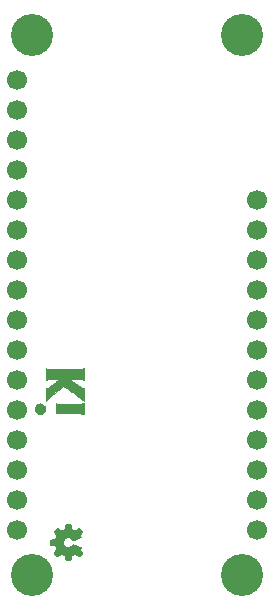
<source format=gbr>
G04 #@! TF.GenerationSoftware,KiCad,Pcbnew,(5.1.2)-1*
G04 #@! TF.CreationDate,2019-07-17T11:01:52+10:00*
G04 #@! TF.ProjectId,led-wing,6c65642d-7769-46e6-972e-6b696361645f,0*
G04 #@! TF.SameCoordinates,Original*
G04 #@! TF.FileFunction,Soldermask,Bot*
G04 #@! TF.FilePolarity,Negative*
%FSLAX46Y46*%
G04 Gerber Fmt 4.6, Leading zero omitted, Abs format (unit mm)*
G04 Created by KiCad (PCBNEW (5.1.2)-1) date 2019-07-17 11:01:52*
%MOMM*%
%LPD*%
G04 APERTURE LIST*
%ADD10C,0.010000*%
%ADD11C,1.700000*%
%ADD12C,3.556000*%
G04 APERTURE END LIST*
D10*
G36*
X103613358Y-118946025D02*
G01*
X103613668Y-118987086D01*
X103614144Y-119023939D01*
X103614763Y-119055448D01*
X103615502Y-119080478D01*
X103616337Y-119097893D01*
X103617244Y-119106557D01*
X103617471Y-119107210D01*
X103623471Y-119109787D01*
X103638787Y-119113922D01*
X103662721Y-119119466D01*
X103694573Y-119126268D01*
X103733644Y-119134179D01*
X103779237Y-119143047D01*
X103820850Y-119150901D01*
X103864601Y-119159151D01*
X103905265Y-119167001D01*
X103941748Y-119174225D01*
X103972957Y-119180599D01*
X103997798Y-119185898D01*
X104015177Y-119189897D01*
X104024000Y-119192372D01*
X104024834Y-119192802D01*
X104028371Y-119199048D01*
X104034916Y-119213151D01*
X104043889Y-119233676D01*
X104054710Y-119259190D01*
X104066800Y-119288258D01*
X104079578Y-119319446D01*
X104092466Y-119351320D01*
X104104882Y-119382447D01*
X104116248Y-119411392D01*
X104125983Y-119436721D01*
X104133508Y-119456999D01*
X104138242Y-119470794D01*
X104139607Y-119476671D01*
X104139605Y-119476678D01*
X104136333Y-119481988D01*
X104127928Y-119494724D01*
X104115025Y-119513948D01*
X104098257Y-119538724D01*
X104078260Y-119568114D01*
X104055669Y-119601180D01*
X104031119Y-119636986D01*
X104025162Y-119645656D01*
X104000277Y-119682085D01*
X103977306Y-119716148D01*
X103956874Y-119746886D01*
X103939606Y-119773339D01*
X103926126Y-119794549D01*
X103917059Y-119809556D01*
X103913028Y-119817401D01*
X103912879Y-119818086D01*
X103916391Y-119823807D01*
X103926292Y-119835602D01*
X103941632Y-119852520D01*
X103961458Y-119873609D01*
X103984820Y-119897919D01*
X104010767Y-119924500D01*
X104038347Y-119952400D01*
X104066609Y-119980669D01*
X104094603Y-120008355D01*
X104121376Y-120034508D01*
X104145978Y-120058178D01*
X104167458Y-120078412D01*
X104184864Y-120094261D01*
X104197246Y-120104774D01*
X104203651Y-120108999D01*
X104203938Y-120109040D01*
X104210058Y-120106243D01*
X104223530Y-120098279D01*
X104243372Y-120085789D01*
X104268598Y-120069410D01*
X104298226Y-120049783D01*
X104331269Y-120027547D01*
X104366745Y-120003341D01*
X104369005Y-120001788D01*
X104404726Y-119977294D01*
X104438139Y-119954499D01*
X104468244Y-119934080D01*
X104494038Y-119916708D01*
X104514521Y-119903060D01*
X104528692Y-119893807D01*
X104535550Y-119889626D01*
X104535670Y-119889568D01*
X104540391Y-119888784D01*
X104548231Y-119889912D01*
X104560143Y-119893299D01*
X104577084Y-119899292D01*
X104600007Y-119908241D01*
X104629867Y-119920491D01*
X104667619Y-119936390D01*
X104687252Y-119944749D01*
X104724852Y-119961018D01*
X104758510Y-119976011D01*
X104787168Y-119989231D01*
X104809772Y-120000175D01*
X104825265Y-120008346D01*
X104832592Y-120013243D01*
X104832948Y-120013710D01*
X104834928Y-120020560D01*
X104838502Y-120036248D01*
X104843434Y-120059616D01*
X104849491Y-120089508D01*
X104856439Y-120124767D01*
X104864044Y-120164236D01*
X104872071Y-120206757D01*
X104872940Y-120211409D01*
X104882180Y-120260146D01*
X104890621Y-120303053D01*
X104898102Y-120339390D01*
X104904463Y-120368418D01*
X104909544Y-120389397D01*
X104913184Y-120401585D01*
X104914714Y-120404451D01*
X104921096Y-120405372D01*
X104936503Y-120406225D01*
X104959798Y-120406989D01*
X104989847Y-120407638D01*
X105025514Y-120408151D01*
X105065663Y-120408503D01*
X105109159Y-120408671D01*
X105120027Y-120408682D01*
X105171548Y-120408649D01*
X105213801Y-120408486D01*
X105247680Y-120408162D01*
X105274077Y-120407647D01*
X105293884Y-120406908D01*
X105307996Y-120405916D01*
X105317303Y-120404639D01*
X105322699Y-120403046D01*
X105324741Y-120401595D01*
X105326999Y-120395095D01*
X105330799Y-120379763D01*
X105335898Y-120356765D01*
X105342050Y-120327271D01*
X105349013Y-120292450D01*
X105356543Y-120253470D01*
X105364236Y-120212365D01*
X105372897Y-120166210D01*
X105380981Y-120124798D01*
X105388286Y-120089062D01*
X105394611Y-120059937D01*
X105399758Y-120038354D01*
X105403525Y-120025249D01*
X105405133Y-120021726D01*
X105411585Y-120017704D01*
X105425987Y-120010714D01*
X105446948Y-120001314D01*
X105473082Y-119990063D01*
X105503000Y-119977519D01*
X105535313Y-119964240D01*
X105568634Y-119950785D01*
X105601575Y-119937712D01*
X105632747Y-119925580D01*
X105660763Y-119914946D01*
X105684233Y-119906369D01*
X105701771Y-119900408D01*
X105711987Y-119897620D01*
X105713842Y-119897556D01*
X105719358Y-119900901D01*
X105732262Y-119909348D01*
X105751573Y-119922236D01*
X105776312Y-119938906D01*
X105805498Y-119958697D01*
X105838151Y-119980948D01*
X105872582Y-120004512D01*
X105907797Y-120028487D01*
X105940662Y-120050526D01*
X105970174Y-120069982D01*
X105995331Y-120086209D01*
X106015130Y-120098558D01*
X106028568Y-120106383D01*
X106034588Y-120109040D01*
X106040258Y-120105537D01*
X106052017Y-120095662D01*
X106068914Y-120080363D01*
X106089997Y-120060590D01*
X106114314Y-120037290D01*
X106140912Y-120011414D01*
X106168838Y-119983908D01*
X106197142Y-119955723D01*
X106224870Y-119927807D01*
X106251071Y-119901109D01*
X106274792Y-119876578D01*
X106295081Y-119855162D01*
X106310985Y-119837810D01*
X106321554Y-119825471D01*
X106325834Y-119819094D01*
X106325880Y-119818792D01*
X106323089Y-119812917D01*
X106315148Y-119799690D01*
X106302705Y-119780102D01*
X106286406Y-119755147D01*
X106266900Y-119725814D01*
X106244834Y-119693098D01*
X106221740Y-119659274D01*
X106197807Y-119624192D01*
X106175813Y-119591493D01*
X106156405Y-119562179D01*
X106140232Y-119537247D01*
X106127942Y-119517696D01*
X106120183Y-119504527D01*
X106117600Y-119498812D01*
X106119920Y-119491386D01*
X106126305Y-119476894D01*
X106135890Y-119457157D01*
X106147810Y-119433991D01*
X106153481Y-119423350D01*
X106166747Y-119397800D01*
X106177375Y-119375514D01*
X106184622Y-119358172D01*
X106187744Y-119347456D01*
X106187771Y-119345823D01*
X106186377Y-119343235D01*
X106182452Y-119339874D01*
X106175381Y-119335467D01*
X106164547Y-119329738D01*
X106149334Y-119322414D01*
X106129125Y-119313220D01*
X106103305Y-119301884D01*
X106071257Y-119288129D01*
X106032365Y-119271684D01*
X105986012Y-119252272D01*
X105931582Y-119229620D01*
X105868459Y-119203454D01*
X105857359Y-119198860D01*
X105802528Y-119176257D01*
X105750342Y-119154911D01*
X105701575Y-119135128D01*
X105656998Y-119117213D01*
X105617386Y-119101473D01*
X105583510Y-119088212D01*
X105556143Y-119077736D01*
X105536060Y-119070352D01*
X105524031Y-119066364D01*
X105520809Y-119065760D01*
X105514897Y-119070949D01*
X105504827Y-119082723D01*
X105492102Y-119099234D01*
X105480629Y-119115173D01*
X105449570Y-119157327D01*
X105420231Y-119191753D01*
X105390682Y-119220203D01*
X105358997Y-119244432D01*
X105323247Y-119266194D01*
X105302918Y-119276863D01*
X105244488Y-119300756D01*
X105184158Y-119315076D01*
X105122953Y-119319979D01*
X105061898Y-119315623D01*
X105002019Y-119302163D01*
X104944342Y-119279756D01*
X104889891Y-119248559D01*
X104839692Y-119208727D01*
X104836411Y-119205664D01*
X104792833Y-119158017D01*
X104757422Y-119104808D01*
X104729755Y-119045354D01*
X104719807Y-119016660D01*
X104714974Y-118999933D01*
X104711632Y-118984165D01*
X104709519Y-118966854D01*
X104708373Y-118945497D01*
X104707935Y-118917593D01*
X104707900Y-118902540D01*
X104708110Y-118870915D01*
X104708916Y-118846936D01*
X104710578Y-118828093D01*
X104713357Y-118811877D01*
X104717516Y-118795778D01*
X104719802Y-118788240D01*
X104744205Y-118726246D01*
X104776690Y-118669961D01*
X104816763Y-118619969D01*
X104863933Y-118576854D01*
X104917707Y-118541201D01*
X104936500Y-118531329D01*
X104983357Y-118510756D01*
X105027726Y-118497234D01*
X105073443Y-118489860D01*
X105121920Y-118487727D01*
X105186989Y-118492586D01*
X105249065Y-118506992D01*
X105307510Y-118530688D01*
X105361687Y-118563416D01*
X105409975Y-118603955D01*
X105426971Y-118622140D01*
X105446791Y-118645762D01*
X105467052Y-118671748D01*
X105485368Y-118697023D01*
X105499354Y-118718514D01*
X105500883Y-118721139D01*
X105509785Y-118732832D01*
X105519264Y-118739872D01*
X105520648Y-118740325D01*
X105527322Y-118738872D01*
X105542833Y-118733641D01*
X105566671Y-118724832D01*
X105598326Y-118712647D01*
X105637287Y-118697287D01*
X105683043Y-118678953D01*
X105735085Y-118657846D01*
X105792901Y-118634166D01*
X105849679Y-118610728D01*
X105903781Y-118588300D01*
X105955286Y-118566914D01*
X106003399Y-118546903D01*
X106047325Y-118528599D01*
X106086268Y-118512334D01*
X106119433Y-118498442D01*
X106146026Y-118487253D01*
X106165249Y-118479102D01*
X106176309Y-118474319D01*
X106178609Y-118473253D01*
X106186716Y-118465020D01*
X106188720Y-118458211D01*
X106186394Y-118450498D01*
X106179995Y-118435745D01*
X106170387Y-118415790D01*
X106158437Y-118392470D01*
X106152672Y-118381642D01*
X106137192Y-118351834D01*
X106126189Y-118328316D01*
X106120007Y-118311875D01*
X106118837Y-118303822D01*
X106122269Y-118296680D01*
X106130700Y-118282538D01*
X106143286Y-118262709D01*
X106159184Y-118238506D01*
X106177551Y-118211241D01*
X106189461Y-118193880D01*
X106221822Y-118146962D01*
X106248815Y-118107682D01*
X106270892Y-118075352D01*
X106288506Y-118049281D01*
X106302109Y-118028781D01*
X106312155Y-118013163D01*
X106319097Y-118001739D01*
X106323388Y-117993819D01*
X106325480Y-117988714D01*
X106325880Y-117986387D01*
X106322399Y-117981121D01*
X106312478Y-117969535D01*
X106296897Y-117952460D01*
X106276437Y-117930721D01*
X106251880Y-117905148D01*
X106224006Y-117876568D01*
X106193597Y-117845809D01*
X106187541Y-117839731D01*
X106156470Y-117808736D01*
X106127382Y-117780010D01*
X106101112Y-117754357D01*
X106078494Y-117732577D01*
X106060363Y-117715473D01*
X106047552Y-117703847D01*
X106040896Y-117698501D01*
X106040413Y-117698266D01*
X106037436Y-117697367D01*
X106034393Y-117697052D01*
X106030460Y-117697835D01*
X106024812Y-117700226D01*
X106016624Y-117704737D01*
X106005072Y-117711879D01*
X105989330Y-117722165D01*
X105968575Y-117736105D01*
X105941980Y-117754212D01*
X105908721Y-117776996D01*
X105867973Y-117804969D01*
X105864266Y-117807515D01*
X105829625Y-117831161D01*
X105797438Y-117852865D01*
X105768706Y-117871973D01*
X105744428Y-117887831D01*
X105725605Y-117899785D01*
X105713237Y-117907181D01*
X105708469Y-117909400D01*
X105702070Y-117907571D01*
X105687455Y-117902390D01*
X105665826Y-117894314D01*
X105638385Y-117883802D01*
X105606333Y-117871312D01*
X105570874Y-117857300D01*
X105553307Y-117850294D01*
X105509314Y-117832557D01*
X105474051Y-117818005D01*
X105446727Y-117806276D01*
X105426551Y-117797006D01*
X105412734Y-117789833D01*
X105404485Y-117784394D01*
X105401059Y-117780444D01*
X105399121Y-117773085D01*
X105395609Y-117756936D01*
X105390762Y-117733202D01*
X105384819Y-117703091D01*
X105378018Y-117667809D01*
X105370597Y-117628562D01*
X105363414Y-117589921D01*
X105355616Y-117548281D01*
X105348154Y-117509669D01*
X105341273Y-117475261D01*
X105335217Y-117446230D01*
X105330232Y-117423751D01*
X105326560Y-117408998D01*
X105324531Y-117403231D01*
X105321360Y-117401433D01*
X105314541Y-117399961D01*
X105303211Y-117398785D01*
X105286509Y-117397877D01*
X105263571Y-117397207D01*
X105233536Y-117396746D01*
X105195541Y-117396465D01*
X105148724Y-117396336D01*
X105118875Y-117396320D01*
X104918954Y-117396320D01*
X104911902Y-117407750D01*
X104909400Y-117415237D01*
X104905372Y-117431536D01*
X104900066Y-117455455D01*
X104893732Y-117485802D01*
X104886617Y-117521384D01*
X104878971Y-117561009D01*
X104871042Y-117603486D01*
X104870838Y-117604600D01*
X104862950Y-117646876D01*
X104855374Y-117686108D01*
X104848352Y-117721145D01*
X104842126Y-117750836D01*
X104836937Y-117774030D01*
X104833026Y-117789576D01*
X104830637Y-117796323D01*
X104830566Y-117796405D01*
X104824301Y-117800090D01*
X104810106Y-117807022D01*
X104789428Y-117816577D01*
X104763713Y-117828134D01*
X104734406Y-117841070D01*
X104702954Y-117854763D01*
X104670802Y-117868591D01*
X104639397Y-117881931D01*
X104610185Y-117894161D01*
X104584611Y-117904659D01*
X104564123Y-117912803D01*
X104550165Y-117917969D01*
X104544394Y-117919560D01*
X104538575Y-117916767D01*
X104525372Y-117908811D01*
X104505749Y-117896319D01*
X104480667Y-117879924D01*
X104451089Y-117860254D01*
X104417976Y-117837939D01*
X104382293Y-117813611D01*
X104376655Y-117809742D01*
X104340538Y-117785048D01*
X104306750Y-117762155D01*
X104276274Y-117741713D01*
X104250088Y-117724371D01*
X104229175Y-117710778D01*
X104214516Y-117701583D01*
X104207090Y-117697434D01*
X104206684Y-117697293D01*
X104202579Y-117698054D01*
X104195668Y-117702214D01*
X104185355Y-117710317D01*
X104171048Y-117722905D01*
X104152154Y-117740521D01*
X104128078Y-117763708D01*
X104098226Y-117793008D01*
X104062005Y-117828964D01*
X104054749Y-117836199D01*
X104018889Y-117872218D01*
X103987378Y-117904356D01*
X103960731Y-117932068D01*
X103939461Y-117954806D01*
X103924081Y-117972023D01*
X103915105Y-117983174D01*
X103912880Y-117987325D01*
X103915672Y-117993560D01*
X103923627Y-118007156D01*
X103936110Y-118027133D01*
X103952487Y-118052508D01*
X103972122Y-118082300D01*
X103994382Y-118115526D01*
X104018631Y-118151205D01*
X104021289Y-118155086D01*
X104045928Y-118191100D01*
X104068914Y-118224822D01*
X104089573Y-118255253D01*
X104107230Y-118281395D01*
X104121211Y-118302248D01*
X104130841Y-118316815D01*
X104135446Y-118324096D01*
X104135587Y-118324352D01*
X104136941Y-118328805D01*
X104136744Y-118335339D01*
X104134631Y-118345059D01*
X104130234Y-118359068D01*
X104123187Y-118378471D01*
X104113124Y-118404373D01*
X104099677Y-118437877D01*
X104090068Y-118461512D01*
X104072981Y-118503366D01*
X104059243Y-118536788D01*
X104048382Y-118562760D01*
X104039926Y-118582264D01*
X104033403Y-118596281D01*
X104028340Y-118605795D01*
X104024266Y-118611786D01*
X104020708Y-118615236D01*
X104017193Y-118617128D01*
X104014840Y-118617945D01*
X104007736Y-118619560D01*
X103991805Y-118622793D01*
X103968215Y-118627420D01*
X103938129Y-118633216D01*
X103902714Y-118639958D01*
X103863135Y-118647420D01*
X103820558Y-118655378D01*
X103816168Y-118656195D01*
X103773481Y-118664252D01*
X103733799Y-118671968D01*
X103698266Y-118679104D01*
X103668028Y-118685420D01*
X103644228Y-118690676D01*
X103628012Y-118694633D01*
X103620524Y-118697050D01*
X103620283Y-118697212D01*
X103618437Y-118700242D01*
X103616928Y-118706563D01*
X103615727Y-118717063D01*
X103614801Y-118732633D01*
X103614121Y-118754159D01*
X103613657Y-118782532D01*
X103613376Y-118818639D01*
X103613250Y-118863370D01*
X103613237Y-118901892D01*
X103613358Y-118946025D01*
X103613358Y-118946025D01*
G37*
X103613358Y-118946025D02*
X103613668Y-118987086D01*
X103614144Y-119023939D01*
X103614763Y-119055448D01*
X103615502Y-119080478D01*
X103616337Y-119097893D01*
X103617244Y-119106557D01*
X103617471Y-119107210D01*
X103623471Y-119109787D01*
X103638787Y-119113922D01*
X103662721Y-119119466D01*
X103694573Y-119126268D01*
X103733644Y-119134179D01*
X103779237Y-119143047D01*
X103820850Y-119150901D01*
X103864601Y-119159151D01*
X103905265Y-119167001D01*
X103941748Y-119174225D01*
X103972957Y-119180599D01*
X103997798Y-119185898D01*
X104015177Y-119189897D01*
X104024000Y-119192372D01*
X104024834Y-119192802D01*
X104028371Y-119199048D01*
X104034916Y-119213151D01*
X104043889Y-119233676D01*
X104054710Y-119259190D01*
X104066800Y-119288258D01*
X104079578Y-119319446D01*
X104092466Y-119351320D01*
X104104882Y-119382447D01*
X104116248Y-119411392D01*
X104125983Y-119436721D01*
X104133508Y-119456999D01*
X104138242Y-119470794D01*
X104139607Y-119476671D01*
X104139605Y-119476678D01*
X104136333Y-119481988D01*
X104127928Y-119494724D01*
X104115025Y-119513948D01*
X104098257Y-119538724D01*
X104078260Y-119568114D01*
X104055669Y-119601180D01*
X104031119Y-119636986D01*
X104025162Y-119645656D01*
X104000277Y-119682085D01*
X103977306Y-119716148D01*
X103956874Y-119746886D01*
X103939606Y-119773339D01*
X103926126Y-119794549D01*
X103917059Y-119809556D01*
X103913028Y-119817401D01*
X103912879Y-119818086D01*
X103916391Y-119823807D01*
X103926292Y-119835602D01*
X103941632Y-119852520D01*
X103961458Y-119873609D01*
X103984820Y-119897919D01*
X104010767Y-119924500D01*
X104038347Y-119952400D01*
X104066609Y-119980669D01*
X104094603Y-120008355D01*
X104121376Y-120034508D01*
X104145978Y-120058178D01*
X104167458Y-120078412D01*
X104184864Y-120094261D01*
X104197246Y-120104774D01*
X104203651Y-120108999D01*
X104203938Y-120109040D01*
X104210058Y-120106243D01*
X104223530Y-120098279D01*
X104243372Y-120085789D01*
X104268598Y-120069410D01*
X104298226Y-120049783D01*
X104331269Y-120027547D01*
X104366745Y-120003341D01*
X104369005Y-120001788D01*
X104404726Y-119977294D01*
X104438139Y-119954499D01*
X104468244Y-119934080D01*
X104494038Y-119916708D01*
X104514521Y-119903060D01*
X104528692Y-119893807D01*
X104535550Y-119889626D01*
X104535670Y-119889568D01*
X104540391Y-119888784D01*
X104548231Y-119889912D01*
X104560143Y-119893299D01*
X104577084Y-119899292D01*
X104600007Y-119908241D01*
X104629867Y-119920491D01*
X104667619Y-119936390D01*
X104687252Y-119944749D01*
X104724852Y-119961018D01*
X104758510Y-119976011D01*
X104787168Y-119989231D01*
X104809772Y-120000175D01*
X104825265Y-120008346D01*
X104832592Y-120013243D01*
X104832948Y-120013710D01*
X104834928Y-120020560D01*
X104838502Y-120036248D01*
X104843434Y-120059616D01*
X104849491Y-120089508D01*
X104856439Y-120124767D01*
X104864044Y-120164236D01*
X104872071Y-120206757D01*
X104872940Y-120211409D01*
X104882180Y-120260146D01*
X104890621Y-120303053D01*
X104898102Y-120339390D01*
X104904463Y-120368418D01*
X104909544Y-120389397D01*
X104913184Y-120401585D01*
X104914714Y-120404451D01*
X104921096Y-120405372D01*
X104936503Y-120406225D01*
X104959798Y-120406989D01*
X104989847Y-120407638D01*
X105025514Y-120408151D01*
X105065663Y-120408503D01*
X105109159Y-120408671D01*
X105120027Y-120408682D01*
X105171548Y-120408649D01*
X105213801Y-120408486D01*
X105247680Y-120408162D01*
X105274077Y-120407647D01*
X105293884Y-120406908D01*
X105307996Y-120405916D01*
X105317303Y-120404639D01*
X105322699Y-120403046D01*
X105324741Y-120401595D01*
X105326999Y-120395095D01*
X105330799Y-120379763D01*
X105335898Y-120356765D01*
X105342050Y-120327271D01*
X105349013Y-120292450D01*
X105356543Y-120253470D01*
X105364236Y-120212365D01*
X105372897Y-120166210D01*
X105380981Y-120124798D01*
X105388286Y-120089062D01*
X105394611Y-120059937D01*
X105399758Y-120038354D01*
X105403525Y-120025249D01*
X105405133Y-120021726D01*
X105411585Y-120017704D01*
X105425987Y-120010714D01*
X105446948Y-120001314D01*
X105473082Y-119990063D01*
X105503000Y-119977519D01*
X105535313Y-119964240D01*
X105568634Y-119950785D01*
X105601575Y-119937712D01*
X105632747Y-119925580D01*
X105660763Y-119914946D01*
X105684233Y-119906369D01*
X105701771Y-119900408D01*
X105711987Y-119897620D01*
X105713842Y-119897556D01*
X105719358Y-119900901D01*
X105732262Y-119909348D01*
X105751573Y-119922236D01*
X105776312Y-119938906D01*
X105805498Y-119958697D01*
X105838151Y-119980948D01*
X105872582Y-120004512D01*
X105907797Y-120028487D01*
X105940662Y-120050526D01*
X105970174Y-120069982D01*
X105995331Y-120086209D01*
X106015130Y-120098558D01*
X106028568Y-120106383D01*
X106034588Y-120109040D01*
X106040258Y-120105537D01*
X106052017Y-120095662D01*
X106068914Y-120080363D01*
X106089997Y-120060590D01*
X106114314Y-120037290D01*
X106140912Y-120011414D01*
X106168838Y-119983908D01*
X106197142Y-119955723D01*
X106224870Y-119927807D01*
X106251071Y-119901109D01*
X106274792Y-119876578D01*
X106295081Y-119855162D01*
X106310985Y-119837810D01*
X106321554Y-119825471D01*
X106325834Y-119819094D01*
X106325880Y-119818792D01*
X106323089Y-119812917D01*
X106315148Y-119799690D01*
X106302705Y-119780102D01*
X106286406Y-119755147D01*
X106266900Y-119725814D01*
X106244834Y-119693098D01*
X106221740Y-119659274D01*
X106197807Y-119624192D01*
X106175813Y-119591493D01*
X106156405Y-119562179D01*
X106140232Y-119537247D01*
X106127942Y-119517696D01*
X106120183Y-119504527D01*
X106117600Y-119498812D01*
X106119920Y-119491386D01*
X106126305Y-119476894D01*
X106135890Y-119457157D01*
X106147810Y-119433991D01*
X106153481Y-119423350D01*
X106166747Y-119397800D01*
X106177375Y-119375514D01*
X106184622Y-119358172D01*
X106187744Y-119347456D01*
X106187771Y-119345823D01*
X106186377Y-119343235D01*
X106182452Y-119339874D01*
X106175381Y-119335467D01*
X106164547Y-119329738D01*
X106149334Y-119322414D01*
X106129125Y-119313220D01*
X106103305Y-119301884D01*
X106071257Y-119288129D01*
X106032365Y-119271684D01*
X105986012Y-119252272D01*
X105931582Y-119229620D01*
X105868459Y-119203454D01*
X105857359Y-119198860D01*
X105802528Y-119176257D01*
X105750342Y-119154911D01*
X105701575Y-119135128D01*
X105656998Y-119117213D01*
X105617386Y-119101473D01*
X105583510Y-119088212D01*
X105556143Y-119077736D01*
X105536060Y-119070352D01*
X105524031Y-119066364D01*
X105520809Y-119065760D01*
X105514897Y-119070949D01*
X105504827Y-119082723D01*
X105492102Y-119099234D01*
X105480629Y-119115173D01*
X105449570Y-119157327D01*
X105420231Y-119191753D01*
X105390682Y-119220203D01*
X105358997Y-119244432D01*
X105323247Y-119266194D01*
X105302918Y-119276863D01*
X105244488Y-119300756D01*
X105184158Y-119315076D01*
X105122953Y-119319979D01*
X105061898Y-119315623D01*
X105002019Y-119302163D01*
X104944342Y-119279756D01*
X104889891Y-119248559D01*
X104839692Y-119208727D01*
X104836411Y-119205664D01*
X104792833Y-119158017D01*
X104757422Y-119104808D01*
X104729755Y-119045354D01*
X104719807Y-119016660D01*
X104714974Y-118999933D01*
X104711632Y-118984165D01*
X104709519Y-118966854D01*
X104708373Y-118945497D01*
X104707935Y-118917593D01*
X104707900Y-118902540D01*
X104708110Y-118870915D01*
X104708916Y-118846936D01*
X104710578Y-118828093D01*
X104713357Y-118811877D01*
X104717516Y-118795778D01*
X104719802Y-118788240D01*
X104744205Y-118726246D01*
X104776690Y-118669961D01*
X104816763Y-118619969D01*
X104863933Y-118576854D01*
X104917707Y-118541201D01*
X104936500Y-118531329D01*
X104983357Y-118510756D01*
X105027726Y-118497234D01*
X105073443Y-118489860D01*
X105121920Y-118487727D01*
X105186989Y-118492586D01*
X105249065Y-118506992D01*
X105307510Y-118530688D01*
X105361687Y-118563416D01*
X105409975Y-118603955D01*
X105426971Y-118622140D01*
X105446791Y-118645762D01*
X105467052Y-118671748D01*
X105485368Y-118697023D01*
X105499354Y-118718514D01*
X105500883Y-118721139D01*
X105509785Y-118732832D01*
X105519264Y-118739872D01*
X105520648Y-118740325D01*
X105527322Y-118738872D01*
X105542833Y-118733641D01*
X105566671Y-118724832D01*
X105598326Y-118712647D01*
X105637287Y-118697287D01*
X105683043Y-118678953D01*
X105735085Y-118657846D01*
X105792901Y-118634166D01*
X105849679Y-118610728D01*
X105903781Y-118588300D01*
X105955286Y-118566914D01*
X106003399Y-118546903D01*
X106047325Y-118528599D01*
X106086268Y-118512334D01*
X106119433Y-118498442D01*
X106146026Y-118487253D01*
X106165249Y-118479102D01*
X106176309Y-118474319D01*
X106178609Y-118473253D01*
X106186716Y-118465020D01*
X106188720Y-118458211D01*
X106186394Y-118450498D01*
X106179995Y-118435745D01*
X106170387Y-118415790D01*
X106158437Y-118392470D01*
X106152672Y-118381642D01*
X106137192Y-118351834D01*
X106126189Y-118328316D01*
X106120007Y-118311875D01*
X106118837Y-118303822D01*
X106122269Y-118296680D01*
X106130700Y-118282538D01*
X106143286Y-118262709D01*
X106159184Y-118238506D01*
X106177551Y-118211241D01*
X106189461Y-118193880D01*
X106221822Y-118146962D01*
X106248815Y-118107682D01*
X106270892Y-118075352D01*
X106288506Y-118049281D01*
X106302109Y-118028781D01*
X106312155Y-118013163D01*
X106319097Y-118001739D01*
X106323388Y-117993819D01*
X106325480Y-117988714D01*
X106325880Y-117986387D01*
X106322399Y-117981121D01*
X106312478Y-117969535D01*
X106296897Y-117952460D01*
X106276437Y-117930721D01*
X106251880Y-117905148D01*
X106224006Y-117876568D01*
X106193597Y-117845809D01*
X106187541Y-117839731D01*
X106156470Y-117808736D01*
X106127382Y-117780010D01*
X106101112Y-117754357D01*
X106078494Y-117732577D01*
X106060363Y-117715473D01*
X106047552Y-117703847D01*
X106040896Y-117698501D01*
X106040413Y-117698266D01*
X106037436Y-117697367D01*
X106034393Y-117697052D01*
X106030460Y-117697835D01*
X106024812Y-117700226D01*
X106016624Y-117704737D01*
X106005072Y-117711879D01*
X105989330Y-117722165D01*
X105968575Y-117736105D01*
X105941980Y-117754212D01*
X105908721Y-117776996D01*
X105867973Y-117804969D01*
X105864266Y-117807515D01*
X105829625Y-117831161D01*
X105797438Y-117852865D01*
X105768706Y-117871973D01*
X105744428Y-117887831D01*
X105725605Y-117899785D01*
X105713237Y-117907181D01*
X105708469Y-117909400D01*
X105702070Y-117907571D01*
X105687455Y-117902390D01*
X105665826Y-117894314D01*
X105638385Y-117883802D01*
X105606333Y-117871312D01*
X105570874Y-117857300D01*
X105553307Y-117850294D01*
X105509314Y-117832557D01*
X105474051Y-117818005D01*
X105446727Y-117806276D01*
X105426551Y-117797006D01*
X105412734Y-117789833D01*
X105404485Y-117784394D01*
X105401059Y-117780444D01*
X105399121Y-117773085D01*
X105395609Y-117756936D01*
X105390762Y-117733202D01*
X105384819Y-117703091D01*
X105378018Y-117667809D01*
X105370597Y-117628562D01*
X105363414Y-117589921D01*
X105355616Y-117548281D01*
X105348154Y-117509669D01*
X105341273Y-117475261D01*
X105335217Y-117446230D01*
X105330232Y-117423751D01*
X105326560Y-117408998D01*
X105324531Y-117403231D01*
X105321360Y-117401433D01*
X105314541Y-117399961D01*
X105303211Y-117398785D01*
X105286509Y-117397877D01*
X105263571Y-117397207D01*
X105233536Y-117396746D01*
X105195541Y-117396465D01*
X105148724Y-117396336D01*
X105118875Y-117396320D01*
X104918954Y-117396320D01*
X104911902Y-117407750D01*
X104909400Y-117415237D01*
X104905372Y-117431536D01*
X104900066Y-117455455D01*
X104893732Y-117485802D01*
X104886617Y-117521384D01*
X104878971Y-117561009D01*
X104871042Y-117603486D01*
X104870838Y-117604600D01*
X104862950Y-117646876D01*
X104855374Y-117686108D01*
X104848352Y-117721145D01*
X104842126Y-117750836D01*
X104836937Y-117774030D01*
X104833026Y-117789576D01*
X104830637Y-117796323D01*
X104830566Y-117796405D01*
X104824301Y-117800090D01*
X104810106Y-117807022D01*
X104789428Y-117816577D01*
X104763713Y-117828134D01*
X104734406Y-117841070D01*
X104702954Y-117854763D01*
X104670802Y-117868591D01*
X104639397Y-117881931D01*
X104610185Y-117894161D01*
X104584611Y-117904659D01*
X104564123Y-117912803D01*
X104550165Y-117917969D01*
X104544394Y-117919560D01*
X104538575Y-117916767D01*
X104525372Y-117908811D01*
X104505749Y-117896319D01*
X104480667Y-117879924D01*
X104451089Y-117860254D01*
X104417976Y-117837939D01*
X104382293Y-117813611D01*
X104376655Y-117809742D01*
X104340538Y-117785048D01*
X104306750Y-117762155D01*
X104276274Y-117741713D01*
X104250088Y-117724371D01*
X104229175Y-117710778D01*
X104214516Y-117701583D01*
X104207090Y-117697434D01*
X104206684Y-117697293D01*
X104202579Y-117698054D01*
X104195668Y-117702214D01*
X104185355Y-117710317D01*
X104171048Y-117722905D01*
X104152154Y-117740521D01*
X104128078Y-117763708D01*
X104098226Y-117793008D01*
X104062005Y-117828964D01*
X104054749Y-117836199D01*
X104018889Y-117872218D01*
X103987378Y-117904356D01*
X103960731Y-117932068D01*
X103939461Y-117954806D01*
X103924081Y-117972023D01*
X103915105Y-117983174D01*
X103912880Y-117987325D01*
X103915672Y-117993560D01*
X103923627Y-118007156D01*
X103936110Y-118027133D01*
X103952487Y-118052508D01*
X103972122Y-118082300D01*
X103994382Y-118115526D01*
X104018631Y-118151205D01*
X104021289Y-118155086D01*
X104045928Y-118191100D01*
X104068914Y-118224822D01*
X104089573Y-118255253D01*
X104107230Y-118281395D01*
X104121211Y-118302248D01*
X104130841Y-118316815D01*
X104135446Y-118324096D01*
X104135587Y-118324352D01*
X104136941Y-118328805D01*
X104136744Y-118335339D01*
X104134631Y-118345059D01*
X104130234Y-118359068D01*
X104123187Y-118378471D01*
X104113124Y-118404373D01*
X104099677Y-118437877D01*
X104090068Y-118461512D01*
X104072981Y-118503366D01*
X104059243Y-118536788D01*
X104048382Y-118562760D01*
X104039926Y-118582264D01*
X104033403Y-118596281D01*
X104028340Y-118605795D01*
X104024266Y-118611786D01*
X104020708Y-118615236D01*
X104017193Y-118617128D01*
X104014840Y-118617945D01*
X104007736Y-118619560D01*
X103991805Y-118622793D01*
X103968215Y-118627420D01*
X103938129Y-118633216D01*
X103902714Y-118639958D01*
X103863135Y-118647420D01*
X103820558Y-118655378D01*
X103816168Y-118656195D01*
X103773481Y-118664252D01*
X103733799Y-118671968D01*
X103698266Y-118679104D01*
X103668028Y-118685420D01*
X103644228Y-118690676D01*
X103628012Y-118694633D01*
X103620524Y-118697050D01*
X103620283Y-118697212D01*
X103618437Y-118700242D01*
X103616928Y-118706563D01*
X103615727Y-118717063D01*
X103614801Y-118732633D01*
X103614121Y-118754159D01*
X103613657Y-118782532D01*
X103613376Y-118818639D01*
X103613250Y-118863370D01*
X103613237Y-118901892D01*
X103613358Y-118946025D01*
G36*
X102325960Y-107755941D02*
G01*
X102392395Y-107873545D01*
X102495045Y-107967023D01*
X102581124Y-108010812D01*
X102719614Y-108041422D01*
X102857591Y-108032321D01*
X102979084Y-107984973D01*
X102997850Y-107972588D01*
X103085408Y-107882149D01*
X103145553Y-107763271D01*
X103175418Y-107630333D01*
X103172134Y-107497713D01*
X103132832Y-107379790D01*
X103120244Y-107359006D01*
X103041394Y-107276737D01*
X102932770Y-107208914D01*
X102815295Y-107166747D01*
X102745799Y-107158400D01*
X102636575Y-107177674D01*
X102522110Y-107228190D01*
X102423158Y-107298982D01*
X102374295Y-107354642D01*
X102313876Y-107486861D01*
X102298776Y-107623837D01*
X102325960Y-107755941D01*
X102325960Y-107755941D01*
G37*
X102325960Y-107755941D02*
X102392395Y-107873545D01*
X102495045Y-107967023D01*
X102581124Y-108010812D01*
X102719614Y-108041422D01*
X102857591Y-108032321D01*
X102979084Y-107984973D01*
X102997850Y-107972588D01*
X103085408Y-107882149D01*
X103145553Y-107763271D01*
X103175418Y-107630333D01*
X103172134Y-107497713D01*
X103132832Y-107379790D01*
X103120244Y-107359006D01*
X103041394Y-107276737D01*
X102932770Y-107208914D01*
X102815295Y-107166747D01*
X102745799Y-107158400D01*
X102636575Y-107177674D01*
X102522110Y-107228190D01*
X102423158Y-107298982D01*
X102374295Y-107354642D01*
X102313876Y-107486861D01*
X102298776Y-107623837D01*
X102325960Y-107755941D01*
G36*
X105192045Y-107996600D02*
G01*
X105463528Y-107996821D01*
X105688618Y-107997583D01*
X105871721Y-107999026D01*
X106017240Y-108001294D01*
X106129583Y-108004531D01*
X106213155Y-108008878D01*
X106272359Y-108014480D01*
X106311603Y-108021478D01*
X106335292Y-108030016D01*
X106341395Y-108033892D01*
X106378943Y-108060178D01*
X106407085Y-108070891D01*
X106427174Y-108060710D01*
X106440563Y-108024312D01*
X106448605Y-107956376D01*
X106452653Y-107851578D01*
X106454060Y-107704598D01*
X106454200Y-107590200D01*
X106453515Y-107439918D01*
X106451608Y-107308727D01*
X106448702Y-107204427D01*
X106445017Y-107134819D01*
X106440776Y-107107705D01*
X106440488Y-107107600D01*
X106411454Y-107118155D01*
X106354509Y-107144726D01*
X106327200Y-107158400D01*
X106299760Y-107171266D01*
X106269394Y-107181759D01*
X106230920Y-107190120D01*
X106179155Y-107196591D01*
X106108918Y-107201411D01*
X106015027Y-107204822D01*
X105892301Y-107207065D01*
X105735559Y-107208381D01*
X105539617Y-107209010D01*
X105299296Y-107209195D01*
X105234750Y-107209200D01*
X104977269Y-107208947D01*
X104765749Y-107208071D01*
X104595351Y-107206396D01*
X104461238Y-107203748D01*
X104358571Y-107199950D01*
X104282513Y-107194827D01*
X104228226Y-107188203D01*
X104190872Y-107179903D01*
X104166938Y-107170447D01*
X104092000Y-107131695D01*
X104092000Y-107996600D01*
X105192045Y-107996600D01*
X105192045Y-107996600D01*
G37*
X105192045Y-107996600D02*
X105463528Y-107996821D01*
X105688618Y-107997583D01*
X105871721Y-107999026D01*
X106017240Y-108001294D01*
X106129583Y-108004531D01*
X106213155Y-108008878D01*
X106272359Y-108014480D01*
X106311603Y-108021478D01*
X106335292Y-108030016D01*
X106341395Y-108033892D01*
X106378943Y-108060178D01*
X106407085Y-108070891D01*
X106427174Y-108060710D01*
X106440563Y-108024312D01*
X106448605Y-107956376D01*
X106452653Y-107851578D01*
X106454060Y-107704598D01*
X106454200Y-107590200D01*
X106453515Y-107439918D01*
X106451608Y-107308727D01*
X106448702Y-107204427D01*
X106445017Y-107134819D01*
X106440776Y-107107705D01*
X106440488Y-107107600D01*
X106411454Y-107118155D01*
X106354509Y-107144726D01*
X106327200Y-107158400D01*
X106299760Y-107171266D01*
X106269394Y-107181759D01*
X106230920Y-107190120D01*
X106179155Y-107196591D01*
X106108918Y-107201411D01*
X106015027Y-107204822D01*
X105892301Y-107207065D01*
X105735559Y-107208381D01*
X105539617Y-107209010D01*
X105299296Y-107209195D01*
X105234750Y-107209200D01*
X104977269Y-107208947D01*
X104765749Y-107208071D01*
X104595351Y-107206396D01*
X104461238Y-107203748D01*
X104358571Y-107199950D01*
X104282513Y-107194827D01*
X104228226Y-107188203D01*
X104190872Y-107179903D01*
X104166938Y-107170447D01*
X104092000Y-107131695D01*
X104092000Y-107996600D01*
X105192045Y-107996600D01*
G36*
X103228400Y-106413747D02*
G01*
X103228400Y-106959059D01*
X103429787Y-106760279D01*
X103792691Y-106430571D01*
X104066815Y-106216151D01*
X104170400Y-106137703D01*
X104290529Y-106043144D01*
X104414202Y-105943050D01*
X104528419Y-105847998D01*
X104620181Y-105768566D01*
X104647760Y-105743468D01*
X104735212Y-105662036D01*
X104826356Y-105731994D01*
X105015604Y-105867436D01*
X105155050Y-105954978D01*
X105237286Y-106009848D01*
X105316612Y-106071124D01*
X105322607Y-106076273D01*
X105405581Y-106145222D01*
X105508137Y-106225747D01*
X105618288Y-106308942D01*
X105724047Y-106385902D01*
X105813425Y-106447719D01*
X105870547Y-106483376D01*
X105923596Y-106518457D01*
X106002062Y-106576986D01*
X106093252Y-106648820D01*
X106184472Y-106723815D01*
X106263032Y-106791828D01*
X106302020Y-106828200D01*
X106328081Y-106852089D01*
X106375406Y-106894363D01*
X106384570Y-106902477D01*
X106454200Y-106964055D01*
X106454200Y-105837600D01*
X106375923Y-105837600D01*
X106299395Y-105820837D01*
X106194149Y-105773607D01*
X106068239Y-105700493D01*
X105929716Y-105606081D01*
X105815533Y-105518542D01*
X105723313Y-105447268D01*
X105632269Y-105381947D01*
X105559535Y-105334777D01*
X105548833Y-105328671D01*
X105482434Y-105288629D01*
X105434284Y-105253342D01*
X105425500Y-105244699D01*
X105386816Y-105210138D01*
X105330250Y-105169915D01*
X105282093Y-105132226D01*
X105260487Y-105101715D01*
X105260400Y-105100414D01*
X105285091Y-105091538D01*
X105356381Y-105084418D01*
X105470092Y-105079264D01*
X105622044Y-105076283D01*
X105756961Y-105075600D01*
X105936263Y-105076284D01*
X106072270Y-105078695D01*
X106172475Y-105083375D01*
X106244369Y-105090863D01*
X106295443Y-105101698D01*
X106333188Y-105116421D01*
X106334811Y-105117244D01*
X106394491Y-105152717D01*
X106432618Y-105184223D01*
X106434761Y-105187094D01*
X106440323Y-105171597D01*
X106445262Y-105112247D01*
X106449312Y-105015986D01*
X106452207Y-104889759D01*
X106453682Y-104740511D01*
X106453811Y-104688794D01*
X106454200Y-104162289D01*
X106384350Y-104191968D01*
X106325758Y-104220141D01*
X106290370Y-104242224D01*
X106261142Y-104246057D01*
X106185781Y-104249657D01*
X106068951Y-104252959D01*
X105915317Y-104255896D01*
X105729546Y-104258399D01*
X105516302Y-104260404D01*
X105280251Y-104261842D01*
X105026059Y-104262647D01*
X104854290Y-104262799D01*
X104550311Y-104262741D01*
X104292912Y-104262470D01*
X104077874Y-104261846D01*
X103900978Y-104260726D01*
X103758004Y-104258969D01*
X103644733Y-104256433D01*
X103556945Y-104252976D01*
X103490421Y-104248457D01*
X103440941Y-104242733D01*
X103404286Y-104235662D01*
X103376237Y-104227104D01*
X103352574Y-104216916D01*
X103342699Y-104211999D01*
X103280869Y-104181244D01*
X103241660Y-104163190D01*
X103235729Y-104161199D01*
X103233507Y-104185335D01*
X103231556Y-104252688D01*
X103229984Y-104355672D01*
X103228901Y-104486706D01*
X103228415Y-104638205D01*
X103228400Y-104671917D01*
X103228664Y-104845060D01*
X103229831Y-104973629D01*
X103232464Y-105063846D01*
X103237123Y-105121937D01*
X103244372Y-105154124D01*
X103254772Y-105166632D01*
X103268885Y-105165686D01*
X103272850Y-105164164D01*
X103361673Y-105130805D01*
X103450181Y-105106739D01*
X103549141Y-105090580D01*
X103669321Y-105080942D01*
X103821488Y-105076440D01*
X103961088Y-105075600D01*
X104380904Y-105075599D01*
X104307900Y-105151799D01*
X104257557Y-105199413D01*
X104220278Y-105225994D01*
X104213483Y-105228000D01*
X104187550Y-105243137D01*
X104134128Y-105282628D01*
X104064145Y-105337588D01*
X103988529Y-105399132D01*
X103918209Y-105458377D01*
X103864114Y-105506439D01*
X103838000Y-105533239D01*
X103810734Y-105555561D01*
X103754630Y-105593936D01*
X103711000Y-105621802D01*
X103623298Y-105680005D01*
X103536698Y-105742951D01*
X103508362Y-105765299D01*
X103441736Y-105810013D01*
X103380643Y-105835408D01*
X103364390Y-105837600D01*
X103320677Y-105838122D01*
X103287502Y-105843791D01*
X103263412Y-105860762D01*
X103246955Y-105895189D01*
X103236677Y-105953226D01*
X103231127Y-106041028D01*
X103228851Y-106164750D01*
X103228396Y-106330545D01*
X103228400Y-106413747D01*
X103228400Y-106413747D01*
G37*
X103228400Y-106413747D02*
X103228400Y-106959059D01*
X103429787Y-106760279D01*
X103792691Y-106430571D01*
X104066815Y-106216151D01*
X104170400Y-106137703D01*
X104290529Y-106043144D01*
X104414202Y-105943050D01*
X104528419Y-105847998D01*
X104620181Y-105768566D01*
X104647760Y-105743468D01*
X104735212Y-105662036D01*
X104826356Y-105731994D01*
X105015604Y-105867436D01*
X105155050Y-105954978D01*
X105237286Y-106009848D01*
X105316612Y-106071124D01*
X105322607Y-106076273D01*
X105405581Y-106145222D01*
X105508137Y-106225747D01*
X105618288Y-106308942D01*
X105724047Y-106385902D01*
X105813425Y-106447719D01*
X105870547Y-106483376D01*
X105923596Y-106518457D01*
X106002062Y-106576986D01*
X106093252Y-106648820D01*
X106184472Y-106723815D01*
X106263032Y-106791828D01*
X106302020Y-106828200D01*
X106328081Y-106852089D01*
X106375406Y-106894363D01*
X106384570Y-106902477D01*
X106454200Y-106964055D01*
X106454200Y-105837600D01*
X106375923Y-105837600D01*
X106299395Y-105820837D01*
X106194149Y-105773607D01*
X106068239Y-105700493D01*
X105929716Y-105606081D01*
X105815533Y-105518542D01*
X105723313Y-105447268D01*
X105632269Y-105381947D01*
X105559535Y-105334777D01*
X105548833Y-105328671D01*
X105482434Y-105288629D01*
X105434284Y-105253342D01*
X105425500Y-105244699D01*
X105386816Y-105210138D01*
X105330250Y-105169915D01*
X105282093Y-105132226D01*
X105260487Y-105101715D01*
X105260400Y-105100414D01*
X105285091Y-105091538D01*
X105356381Y-105084418D01*
X105470092Y-105079264D01*
X105622044Y-105076283D01*
X105756961Y-105075600D01*
X105936263Y-105076284D01*
X106072270Y-105078695D01*
X106172475Y-105083375D01*
X106244369Y-105090863D01*
X106295443Y-105101698D01*
X106333188Y-105116421D01*
X106334811Y-105117244D01*
X106394491Y-105152717D01*
X106432618Y-105184223D01*
X106434761Y-105187094D01*
X106440323Y-105171597D01*
X106445262Y-105112247D01*
X106449312Y-105015986D01*
X106452207Y-104889759D01*
X106453682Y-104740511D01*
X106453811Y-104688794D01*
X106454200Y-104162289D01*
X106384350Y-104191968D01*
X106325758Y-104220141D01*
X106290370Y-104242224D01*
X106261142Y-104246057D01*
X106185781Y-104249657D01*
X106068951Y-104252959D01*
X105915317Y-104255896D01*
X105729546Y-104258399D01*
X105516302Y-104260404D01*
X105280251Y-104261842D01*
X105026059Y-104262647D01*
X104854290Y-104262799D01*
X104550311Y-104262741D01*
X104292912Y-104262470D01*
X104077874Y-104261846D01*
X103900978Y-104260726D01*
X103758004Y-104258969D01*
X103644733Y-104256433D01*
X103556945Y-104252976D01*
X103490421Y-104248457D01*
X103440941Y-104242733D01*
X103404286Y-104235662D01*
X103376237Y-104227104D01*
X103352574Y-104216916D01*
X103342699Y-104211999D01*
X103280869Y-104181244D01*
X103241660Y-104163190D01*
X103235729Y-104161199D01*
X103233507Y-104185335D01*
X103231556Y-104252688D01*
X103229984Y-104355672D01*
X103228901Y-104486706D01*
X103228415Y-104638205D01*
X103228400Y-104671917D01*
X103228664Y-104845060D01*
X103229831Y-104973629D01*
X103232464Y-105063846D01*
X103237123Y-105121937D01*
X103244372Y-105154124D01*
X103254772Y-105166632D01*
X103268885Y-105165686D01*
X103272850Y-105164164D01*
X103361673Y-105130805D01*
X103450181Y-105106739D01*
X103549141Y-105090580D01*
X103669321Y-105080942D01*
X103821488Y-105076440D01*
X103961088Y-105075600D01*
X104380904Y-105075599D01*
X104307900Y-105151799D01*
X104257557Y-105199413D01*
X104220278Y-105225994D01*
X104213483Y-105228000D01*
X104187550Y-105243137D01*
X104134128Y-105282628D01*
X104064145Y-105337588D01*
X103988529Y-105399132D01*
X103918209Y-105458377D01*
X103864114Y-105506439D01*
X103838000Y-105533239D01*
X103810734Y-105555561D01*
X103754630Y-105593936D01*
X103711000Y-105621802D01*
X103623298Y-105680005D01*
X103536698Y-105742951D01*
X103508362Y-105765299D01*
X103441736Y-105810013D01*
X103380643Y-105835408D01*
X103364390Y-105837600D01*
X103320677Y-105838122D01*
X103287502Y-105843791D01*
X103263412Y-105860762D01*
X103246955Y-105895189D01*
X103236677Y-105953226D01*
X103231127Y-106041028D01*
X103228851Y-106164750D01*
X103228396Y-106330545D01*
X103228400Y-106413747D01*
D11*
X100765000Y-82348600D03*
X100765000Y-84888600D03*
X100765000Y-87428600D03*
X100765000Y-89968600D03*
X100765000Y-92508600D03*
X100765000Y-95048600D03*
X100765000Y-97588600D03*
X100765000Y-100128600D03*
X100765000Y-102668600D03*
X100765000Y-105208600D03*
X100765000Y-107748600D03*
X100765000Y-110288600D03*
X100765000Y-112828600D03*
X100765000Y-115368600D03*
X100765000Y-79808600D03*
X100765000Y-117908600D03*
X121085000Y-89968600D03*
X121085000Y-92508600D03*
X121085000Y-95048600D03*
X121085000Y-97588600D03*
X121085000Y-100128600D03*
X121085000Y-102668600D03*
X121085000Y-105208600D03*
X121085000Y-107748600D03*
X121085000Y-110288600D03*
X121085000Y-112828600D03*
X121085000Y-115368600D03*
X121085000Y-117908600D03*
D12*
X119815000Y-75998600D03*
X119815000Y-121718600D03*
X102035000Y-75998600D03*
X102035000Y-121718600D03*
M02*

</source>
